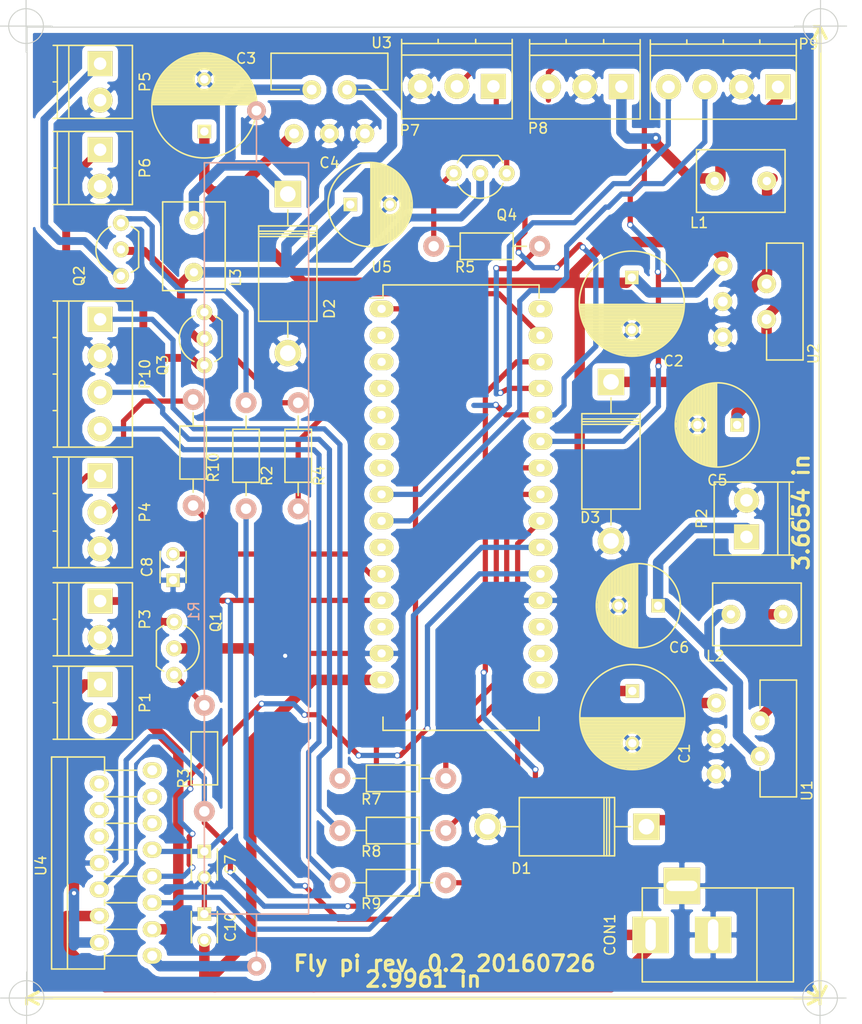
<source format=kicad_pcb>
(kicad_pcb (version 4) (host pcbnew 4.0.4+e1-6308~48~ubuntu14.04.1-stable)
  (layers (0 F.Cu signal) (31 B.Cu signal) (34 B.Paste user) (35 F.Paste user) (36 B.SilkS user) (37 F.SilkS user) (38 B.Mask user) (39 F.Mask user) (44 Edge.Cuts user))
  (net 0 "")
  (net 1 "Net-(1k1-Pad1)")
  (net 2 "Net-(1k1-Pad2)")
  (net 3 "Net-(C1-Pad1)")
  (net 4 "Net-(C4-Pad1)")
  (net 5 "Net-(C5-Pad1)")
  (net 6 "Net-(C6-Pad1)")
  (net 7 "Net-(C7-Pad1)")
  (net 8 "Net-(D1-Pad1)")
  (net 9 "Net-(D2-Pad1)")
  (net 10 "Net-(D3-Pad1)")
  (net 11 "Net-(P1-Pad2)")
  (net 12 "Net-(P1-Pad1)")
  (net 13 "Net-(P3-Pad1)")
  (net 14 "Net-(P5-Pad1)")
  (net 15 "Net-(P6-Pad1)")
  (net 16 "Net-(P7-Pad2)")
  (net 17 "Net-(P7-Pad1)")
  (net 18 "Net-(P8-Pad3)")
  (net 19 "Net-(P9-Pad3)")
  (net 20 "Net-(P9-Pad4)")
  (net 21 "Net-(P10-Pad3)")
  (net 22 "Net-(P10-Pad4)")
  (net 23 "Net-(P10-Pad1)")
  (net 24 "Net-(Q1-Pad3)")
  (net 25 "Net-(Q2-Pad3)")
  (net 26 "Net-(Q3-Pad3)")
  (net 27 "Net-(Q4-Pad3)")
  (net 28 "Net-(R1-Pad2)")
  (net 29 "Net-(R2-Pad2)")
  (net 30 "Net-(R3-Pad2)")
  (net 31 "Net-(R4-Pad2)")
  (net 32 "Net-(R5-Pad2)")
  (net 33 "Net-(R7-Pad2)")
  (net 34 "Net-(R8-Pad2)")
  (net 35 "Net-(R9-Pad2)")
  (net 36 "Net-(U4-Pad5)")
  (net 37 "Net-(U4-Pad7)")
  (net 38 "Net-(U4-Pad10)")
  (net 39 "Net-(U4-Pad11)")
  (net 40 "Net-(U4-Pad12)")
  (net 41 "Net-(U4-Pad13)")
  (net 42 "Net-(U4-Pad14)")
  (net 43 "Net-(U4-Pad15)")
  (net 44 "Net-(U5-Pad2)")
  (net 45 "Net-(U5-Pad3)")
  (net 46 "Net-(U5-Pad4)")
  (net 47 "Net-(U5-Pad5)")
  (net 48 "Net-(U5-Pad6)")
  (net 49 "Net-(U5-Pad7)")
  (net 50 "Net-(U5-Pad10)")
  (net 51 "Net-(U5-Pad13)")
  (net 52 "Net-(U5-Pad18)")
  (net 53 GND)
  (net 54 "Net-(U5-Pad30)")
  (net 55 "Net-(U5-Pad16)")
  (net 56 "Net-(U5-Pad17)")
  (module Capacitors_ThroughHole:C_Radial_D10_L21_P5 (layer F.Cu) (at 163 65 270)
    (fp_text reference C2 (at 8 -4 360) (layer F.SilkS))
    (fp_text value 680µ)
    (pad 1 thru_hole rect (at 0 0 270) (size 1.3 1.3) (drill 0.8) (layers *.Cu *.Mask F.SilkS) (net 3 "Net-(C1-Pad1)"))
    (pad 2 thru_hole circle (at 5 0 270) (size 1.3 1.3) (drill 0.8) (layers *.Cu *.Mask F.SilkS) (net 53 GND))
  )
  (module Capacitors_ThroughHole:C_Radial_D10_L21_P5 (layer F.Cu) (at 122 51 90)
    (fp_text reference C3 (at 7 4 180) (layer F.SilkS))
    (fp_text value 680µ)
    (pad 1 thru_hole rect (at 0 0 90) (size 1.3 1.3) (drill 0.8) (layers *.Cu *.Mask F.SilkS) (net 3 "Net-(C1-Pad1)"))
    (pad 2 thru_hole circle (at 5 0 90) (size 1.3 1.3) (drill 0.8) (layers *.Cu *.Mask F.SilkS) (net 53 GND))
  )
  (module Capacitors_ThroughHole:C_Radial_D10_L21_P5 (layer F.Cu) (at 163.05 104.625 270)
    (fp_text reference C1 (at 6 -5 270) (layer F.SilkS))
    (fp_text value 680µ)
    (pad 1 thru_hole rect (at 0 0 270) (size 1.3 1.3) (drill 0.8) (layers *.Cu *.Mask F.SilkS) (net 3 "Net-(C1-Pad1)"))
    (pad 2 thru_hole circle (at 5 0 270) (size 1.3 1.3) (drill 0.8) (layers *.Cu *.Mask F.SilkS) (net 53 GND))
  )
  (module Capacitors_ThroughHole:C_Radial_D8_L13_P3.8 (layer F.Cu) (at 136 58)
    (fp_text reference C4 (at -2 -4) (layer F.SilkS))
    (fp_text value 220µ)
    (pad 1 thru_hole rect (at 0 0) (size 1.3 1.3) (drill 0.8) (layers *.Cu *.Mask F.SilkS) (net 4 "Net-(C4-Pad1)"))
    (pad 2 thru_hole circle (at 3.8 0) (size 1.3 1.3) (drill 0.8) (layers *.Cu *.Mask F.SilkS) (net 53 GND))
  )
  (module Capacitors_ThroughHole:C_Radial_D8_L13_P3.8 (layer F.Cu) (at 173.1 79.125 180)
    (fp_text reference C5 (at 1.9 -5.3 180) (layer F.SilkS))
    (fp_text value 220µ)
    (pad 1 thru_hole rect (at 0 0 180) (size 1.3 1.3) (drill 0.8) (layers *.Cu *.Mask F.SilkS) (net 5 "Net-(C5-Pad1)"))
    (pad 2 thru_hole circle (at 3.8 0 180) (size 1.3 1.3) (drill 0.8) (layers *.Cu *.Mask F.SilkS) (net 53 GND))
  )
  (module Capacitors_ThroughHole:C_Radial_D8_L13_P3.8 (layer F.Cu) (at 165.525 96.45 180)
    (fp_text reference C6 (at -2 -4 180) (layer F.SilkS))
    (fp_text value 220µ)
    (pad 1 thru_hole rect (at 0 0 180) (size 1.3 1.3) (drill 0.8) (layers *.Cu *.Mask F.SilkS) (net 6 "Net-(C6-Pad1)"))
    (pad 2 thru_hole circle (at 3.8 0 180) (size 1.3 1.3) (drill 0.8) (layers *.Cu *.Mask F.SilkS) (net 53 GND))
  )
  (module Capacitors_ThroughHole:C_Disc_D3_P2.5 (layer F.Cu) (at 122 120 270)
    (fp_text reference C7 (at 1.25 -2.5 270) (layer F.SilkS))
    (fp_text value 100n)
    (pad 1 thru_hole rect (at 0 0 270) (size 1.3 1.3) (drill 0.8) (layers *.Cu *.Mask F.SilkS) (net 7 "Net-(C7-Pad1)"))
    (pad 2 thru_hole circle (at 2.5 0 270) (size 1.3 1.3) (drill 0.8001) (layers *.Cu *.Mask F.SilkS) (net 53 GND))
  )
  (module Capacitors_ThroughHole:C_Disc_D3_P2.5 (layer F.Cu) (at 119 94 90)
    (fp_text reference C8 (at 1.25 -2.5 90) (layer F.SilkS))
    (fp_text value 0.1µ)
    (pad 1 thru_hole rect (at 0 0 90) (size 1.3 1.3) (drill 0.8) (layers *.Cu *.Mask F.SilkS) (net 53 GND))
    (pad 2 thru_hole circle (at 2.5 0 90) (size 1.3 1.3) (drill 0.8001) (layers *.Cu *.Mask F.SilkS) (net 1 "Net-(1k1-Pad1)"))
  )
  (module Capacitors_ThroughHole:C_Disc_D3_P2.5 (layer F.Cu) (at 122 126 270)
    (fp_text reference C10 (at 1.25 -2.5 270) (layer F.SilkS))
    (fp_text value 100n)
    (pad 1 thru_hole rect (at 0 0 270) (size 1.3 1.3) (drill 0.8) (layers *.Cu *.Mask F.SilkS) (net 53 GND))
    (pad 2 thru_hole circle (at 2.5 0 270) (size 1.3 1.3) (drill 0.8001) (layers *.Cu *.Mask F.SilkS) (net 3 "Net-(C1-Pad1)"))
  )
  (module Connect:BARREL_JACK (layer F.Cu) (at 171 128 180)
    (fp_text reference CON1 (at 10.09904 0 270) (layer F.SilkS))
    (fp_text value BARREL_JACK)
    (pad 1 thru_hole rect (at 6.20014 0 180) (size 3.50012 3.50012) (drill oval 1.00076 2.99974) (layers *.Cu *.Mask F.SilkS) (net 3 "Net-(C1-Pad1)"))
    (pad 2 thru_hole rect (at 0.20066 0 180) (size 3.50012 3.50012) (drill oval 1.00076 2.99974) (layers *.Cu *.Mask F.SilkS) (net 53 GND))
    (pad 3 thru_hole rect (at 3.2004 4.699 180) (size 3.50012 3.50012) (drill oval 2.99974 1.00076) (layers *.Cu *.Mask F.SilkS) (net 53 GND))
  )
  (module Diodes_ThroughHole:Diode_DO-201AD_Horizontal_RM15 (layer F.Cu) (at 164.4 117.625 180)
    (fp_text reference D1 (at 12 -4 180) (layer F.SilkS))
    (fp_text value "Schottky 5A")
    (pad 2 thru_hole circle (at 15.24122 -0.00296) (size 2.54 2.54) (drill 1.50114) (layers *.Cu *.Mask F.SilkS) (net 53 GND))
    (pad 1 thru_hole rect (at 0.00122 -0.00296) (size 2.54 2.54) (drill 1.50114) (layers *.Cu *.Mask F.SilkS) (net 8 "Net-(D1-Pad1)"))
  )
  (module Diodes_ThroughHole:Diode_DO-201AD_Horizontal_RM15 (layer F.Cu) (at 130 57 270)
    (fp_text reference D2 (at 11 -4 270) (layer F.SilkS))
    (fp_text value "Schottky 5A")
    (pad 2 thru_hole circle (at 15.24122 -0.00296 90) (size 2.54 2.54) (drill 1.50114) (layers *.Cu *.Mask F.SilkS) (net 53 GND))
    (pad 1 thru_hole rect (at 0.00122 -0.00296 90) (size 2.54 2.54) (drill 1.50114) (layers *.Cu *.Mask F.SilkS) (net 9 "Net-(D2-Pad1)"))
  )
  (module Diodes_ThroughHole:Diode_DO-201AD_Horizontal_RM15 (layer F.Cu) (at 161 75 270)
    (fp_text reference D3 (at 13 2 360) (layer F.SilkS))
    (fp_text value D_Schottky)
    (pad 2 thru_hole circle (at 15.24122 -0.00296 90) (size 2.54 2.54) (drill 1.50114) (layers *.Cu *.Mask F.SilkS) (net 53 GND))
    (pad 1 thru_hole rect (at 0.00122 -0.00296 90) (size 2.54 2.54) (drill 1.50114) (layers *.Cu *.Mask F.SilkS) (net 10 "Net-(D3-Pad1)"))
  )
  (module Inductors_NEOSID:Neosid_Inductor_MA-Bs75 (layer F.Cu) (at 173.45 55.75 180)
    (fp_text reference L1 (at 4 -4 180) (layer F.SilkS))
    (fp_text value 33µH)
    (pad 1 thru_hole circle (at -2.49936 0) (size 1.80086 1.80086) (drill 0.8001) (layers *.Cu *.Mask F.SilkS) (net 10 "Net-(D3-Pad1)"))
    (pad 2 thru_hole circle (at 2.49936 0) (size 1.80086 1.80086) (drill 0.8001) (layers *.Cu *.Mask F.SilkS) (net 5 "Net-(C5-Pad1)"))
  )
  (module Inductors_NEOSID:Neosid_Inductor_MA-Bs75 (layer F.Cu) (at 175 97.275 180)
    (fp_text reference L2 (at 4 -4 180) (layer F.SilkS))
    (fp_text value 33µH)
    (pad 1 thru_hole circle (at -2.49936 0) (size 1.80086 1.80086) (drill 0.8001) (layers *.Cu *.Mask F.SilkS) (net 8 "Net-(D1-Pad1)"))
    (pad 2 thru_hole circle (at 2.49936 0) (size 1.80086 1.80086) (drill 0.8001) (layers *.Cu *.Mask F.SilkS) (net 6 "Net-(C6-Pad1)"))
  )
  (module Inductors_NEOSID:Neosid_Inductor_MA-Bs75 (layer F.Cu) (at 121 62 270)
    (fp_text reference L3 (at 3 -4 270) (layer F.SilkS))
    (fp_text value 33µH)
    (pad 1 thru_hole circle (at -2.49936 0 90) (size 1.80086 1.80086) (drill 0.8001) (layers *.Cu *.Mask F.SilkS) (net 9 "Net-(D2-Pad1)"))
    (pad 2 thru_hole circle (at 2.49936 0 90) (size 1.80086 1.80086) (drill 0.8001) (layers *.Cu *.Mask F.SilkS) (net 4 "Net-(C4-Pad1)"))
  )
  (module Terminal_Blocks:TerminalBlock_Pheonix_PT-3.5mm_2pol (layer F.Cu) (at 112 104 270)
    (fp_text reference P1 (at 1.75 -4.3 270) (layer F.SilkS))
    (fp_text value PeltS1S2)
    (pad 2 thru_hole circle (at 3.5 0 270) (size 2.4 2.4) (drill 1.2) (layers *.Cu *.Mask F.SilkS) (net 11 "Net-(P1-Pad2)"))
    (pad 1 thru_hole rect (at 0 0 270) (size 2.4 2.4) (drill 1.2) (layers *.Cu *.Mask F.SilkS) (net 12 "Net-(P1-Pad1)"))
  )
  (module Terminal_Blocks:TerminalBlock_Pheonix_PT-3.5mm_2pol (layer F.Cu) (at 174 89.85 90)
    (fp_text reference P2 (at 1.75 -4.3 90) (layer F.SilkS))
    (fp_text value Pi+-)
    (pad 2 thru_hole circle (at 3.5 0 90) (size 2.4 2.4) (drill 1.2) (layers *.Cu *.Mask F.SilkS) (net 53 GND))
    (pad 1 thru_hole rect (at 0 0 90) (size 2.4 2.4) (drill 1.2) (layers *.Cu *.Mask F.SilkS) (net 6 "Net-(C6-Pad1)"))
  )
  (module Terminal_Blocks:TerminalBlock_Pheonix_PT-3.5mm_2pol (layer F.Cu) (at 112 96 270)
    (fp_text reference P3 (at 1.75 -4.3 270) (layer F.SilkS))
    (fp_text value Fan-+)
    (pad 2 thru_hole circle (at 3.5 0 270) (size 2.4 2.4) (drill 1.2) (layers *.Cu *.Mask F.SilkS) (net 53 GND))
    (pad 1 thru_hole rect (at 0 0 270) (size 2.4 2.4) (drill 1.2) (layers *.Cu *.Mask F.SilkS) (net 13 "Net-(P3-Pad1)"))
  )
  (module Terminal_Blocks:TerminalBlock_Pheonix_PT-3.5mm_3pol (layer F.Cu) (at 112 84 270)
    (fp_text reference P4 (at 3.5 -4.3 270) (layer F.SilkS))
    (fp_text value "Therm +s-")
    (pad 2 thru_hole circle (at 3.5 0 270) (size 2.4 2.4) (drill 1.2) (layers *.Cu *.Mask F.SilkS) (net 2 "Net-(1k1-Pad2)"))
    (pad 3 thru_hole circle (at 7 0 270) (size 2.4 2.4) (drill 1.2) (layers *.Cu *.Mask F.SilkS) (net 53 GND))
    (pad 1 thru_hole rect (at 0 0 270) (size 2.4 2.4) (drill 1.2) (layers *.Cu *.Mask F.SilkS) (net 7 "Net-(C7-Pad1)"))
  )
  (module Terminal_Blocks:TerminalBlock_Pheonix_PT-3.5mm_2pol (layer F.Cu) (at 112 44.5 270)
    (fp_text reference P5 (at 1.75 -4.3 270) (layer F.SilkS))
    (fp_text value HP1-+)
    (pad 2 thru_hole circle (at 3.5 0 270) (size 2.4 2.4) (drill 1.2) (layers *.Cu *.Mask F.SilkS) (net 53 GND))
    (pad 1 thru_hole rect (at 0 0 270) (size 2.4 2.4) (drill 1.2) (layers *.Cu *.Mask F.SilkS) (net 14 "Net-(P5-Pad1)"))
  )
  (module Terminal_Blocks:TerminalBlock_Pheonix_PT-3.5mm_2pol (layer F.Cu) (at 112 52.75 270)
    (fp_text reference P6 (at 1.75 -4.3 270) (layer F.SilkS))
    (fp_text value HP2-+)
    (pad 2 thru_hole circle (at 3.5 0 270) (size 2.4 2.4) (drill 1.2) (layers *.Cu *.Mask F.SilkS) (net 53 GND))
    (pad 1 thru_hole rect (at 0 0 270) (size 2.4 2.4) (drill 1.2) (layers *.Cu *.Mask F.SilkS) (net 15 "Net-(P6-Pad1)"))
  )
  (module Terminal_Blocks:TerminalBlock_Pheonix_PT-3.5mm_3pol (layer F.Cu) (at 149.725 46.675 180)
    (fp_text reference P7 (at 8.025 -4.225 180) (layer F.SilkS))
    (fp_text value "servo -s+")
    (pad 2 thru_hole circle (at 3.5 0 180) (size 2.4 2.4) (drill 1.2) (layers *.Cu *.Mask F.SilkS) (net 16 "Net-(P7-Pad2)"))
    (pad 3 thru_hole circle (at 7 0 180) (size 2.4 2.4) (drill 1.2) (layers *.Cu *.Mask F.SilkS) (net 53 GND))
    (pad 1 thru_hole rect (at 0 0 180) (size 2.4 2.4) (drill 1.2) (layers *.Cu *.Mask F.SilkS) (net 17 "Net-(P7-Pad1)"))
  )
  (module Terminal_Blocks:TerminalBlock_Pheonix_PT-3.5mm_3pol (layer F.Cu) (at 162 46.7 180)
    (fp_text reference P8 (at 8 -4 180) (layer F.SilkS))
    (fp_text value "Ring s-+")
    (pad 2 thru_hole circle (at 3.5 0 180) (size 2.4 2.4) (drill 1.2) (layers *.Cu *.Mask F.SilkS) (net 53 GND))
    (pad 3 thru_hole circle (at 7 0 180) (size 2.4 2.4) (drill 1.2) (layers *.Cu *.Mask F.SilkS) (net 18 "Net-(P8-Pad3)"))
    (pad 1 thru_hole rect (at 0 0 180) (size 2.4 2.4) (drill 1.2) (layers *.Cu *.Mask F.SilkS) (net 5 "Net-(C5-Pad1)"))
  )
  (module Terminal_Blocks:TerminalBlock_Pheonix_PT-3.5mm_4pol (layer F.Cu) (at 177.025 46.725 180)
    (fp_text reference P9 (at -2.925 4.1 180) (layer F.SilkS))
    (fp_text value "matrix sdsc-+")
    (pad 3 thru_hole circle (at 7 0 180) (size 2.4 2.4) (drill 1.2) (layers *.Cu *.Mask F.SilkS) (net 19 "Net-(P9-Pad3)"))
    (pad 4 thru_hole circle (at 10.5 0 180) (size 2.4 2.4) (drill 1.2) (layers *.Cu *.Mask F.SilkS) (net 20 "Net-(P9-Pad4)"))
    (pad 2 thru_hole circle (at 3.5 0 180) (size 2.4 2.4) (drill 1.2) (layers *.Cu *.Mask F.SilkS) (net 53 GND))
    (pad 1 thru_hole rect (at 0 0 180) (size 2.4 2.4) (drill 1.2) (layers *.Cu *.Mask F.SilkS) (net 5 "Net-(C5-Pad1)"))
  )
  (module Terminal_Blocks:TerminalBlock_Pheonix_PT-3.5mm_4pol (layer F.Cu) (at 112 69 270)
    (fp_text reference P10 (at 5.25 -4.3 270) (layer F.SilkS))
    (fp_text value "RGB RG-B")
    (pad 3 thru_hole circle (at 7 0 270) (size 2.4 2.4) (drill 1.2) (layers *.Cu *.Mask F.SilkS) (net 21 "Net-(P10-Pad3)"))
    (pad 4 thru_hole circle (at 10.5 0 270) (size 2.4 2.4) (drill 1.2) (layers *.Cu *.Mask F.SilkS) (net 22 "Net-(P10-Pad4)"))
    (pad 2 thru_hole circle (at 3.5 0 270) (size 2.4 2.4) (drill 1.2) (layers *.Cu *.Mask F.SilkS) (net 53 GND))
    (pad 1 thru_hole rect (at 0 0 270) (size 2.4 2.4) (drill 1.2) (layers *.Cu *.Mask F.SilkS) (net 23 "Net-(P10-Pad1)"))
  )
  (module footprints:high_load_res (layer B.Cu) (at 127 90 270)
    (fp_text reference R1 (at 7 6 270) (layer B.SilkS) (effects (justify mirror)))
    (fp_text value "1 - 18W")
    (pad 1 thru_hole circle (at -41 0 270) (size 1.8 1.8) (drill 0.95) (layers *.Cu *.Mask B.SilkS) (net 53 GND))
    (pad 2 thru_hole circle (at 41 0 270) (size 1.8 1.8) (drill 0.95) (layers *.Cu *.Mask B.SilkS) (net 28 "Net-(R1-Pad2)"))
  )
  (module Resistors_ThroughHole:Resistor_Horizontal_RM10mm (layer F.Cu) (at 126 77 270)
    (fp_text reference R2 (at 7 -2 270) (layer F.SilkS))
    (fp_text value 270)
    (pad 1 thru_hole circle (at 0 0 270) (size 1.99898 1.99898) (drill 1.00076) (layers *.Cu *.SilkS *.Mask) (net 25 "Net-(Q2-Pad3)"))
    (pad 2 thru_hole circle (at 10.16 0 270) (size 1.99898 1.99898) (drill 1.00076) (layers *.Cu *.SilkS *.Mask) (net 29 "Net-(R2-Pad2)"))
  )
  (module Resistors_ThroughHole:Resistor_Horizontal_RM10mm (layer F.Cu) (at 122 106 270)
    (fp_text reference R3 (at 7 2 270) (layer F.SilkS))
    (fp_text value 270)
    (pad 1 thru_hole circle (at 0 0 270) (size 1.99898 1.99898) (drill 1.00076) (layers *.Cu *.SilkS *.Mask) (net 24 "Net-(Q1-Pad3)"))
    (pad 2 thru_hole circle (at 10.16 0 270) (size 1.99898 1.99898) (drill 1.00076) (layers *.Cu *.SilkS *.Mask) (net 30 "Net-(R3-Pad2)"))
  )
  (module Resistors_ThroughHole:Resistor_Horizontal_RM10mm (layer F.Cu) (at 131 77 270)
    (fp_text reference R4 (at 7 -2 270) (layer F.SilkS))
    (fp_text value 270)
    (pad 1 thru_hole circle (at 0 0 270) (size 1.99898 1.99898) (drill 1.00076) (layers *.Cu *.SilkS *.Mask) (net 26 "Net-(Q3-Pad3)"))
    (pad 2 thru_hole circle (at 10.16 0 270) (size 1.99898 1.99898) (drill 1.00076) (layers *.Cu *.SilkS *.Mask) (net 31 "Net-(R4-Pad2)"))
  )
  (module Resistors_ThroughHole:Resistor_Horizontal_RM10mm (layer F.Cu) (at 144 62)
    (fp_text reference R5 (at 3 2) (layer F.SilkS))
    (fp_text value 270)
    (pad 1 thru_hole circle (at 0 0) (size 1.99898 1.99898) (drill 1.00076) (layers *.Cu *.SilkS *.Mask) (net 27 "Net-(Q4-Pad3)"))
    (pad 2 thru_hole circle (at 10.16 0) (size 1.99898 1.99898) (drill 1.00076) (layers *.Cu *.SilkS *.Mask) (net 32 "Net-(R5-Pad2)"))
  )
  (module Resistors_ThroughHole:Resistor_Horizontal_RM10mm (layer F.Cu) (at 135 113)
    (fp_text reference R7 (at 3 2) (layer F.SilkS))
    (fp_text value 220)
    (pad 1 thru_hole circle (at 0 0) (size 1.99898 1.99898) (drill 1.00076) (layers *.Cu *.SilkS *.Mask) (net 23 "Net-(P10-Pad1)"))
    (pad 2 thru_hole circle (at 10.16 0) (size 1.99898 1.99898) (drill 1.00076) (layers *.Cu *.SilkS *.Mask) (net 33 "Net-(R7-Pad2)"))
  )
  (module Resistors_ThroughHole:Resistor_Horizontal_RM10mm (layer F.Cu) (at 135 118)
    (fp_text reference R8 (at 3 2) (layer F.SilkS))
    (fp_text value 220)
    (pad 1 thru_hole circle (at 0 0) (size 1.99898 1.99898) (drill 1.00076) (layers *.Cu *.SilkS *.Mask) (net 21 "Net-(P10-Pad3)"))
    (pad 2 thru_hole circle (at 10.16 0) (size 1.99898 1.99898) (drill 1.00076) (layers *.Cu *.SilkS *.Mask) (net 34 "Net-(R8-Pad2)"))
  )
  (module Resistors_ThroughHole:Resistor_Horizontal_RM10mm (layer F.Cu) (at 135 123)
    (fp_text reference R9 (at 3 2) (layer F.SilkS))
    (fp_text value 220)
    (pad 1 thru_hole circle (at 0 0) (size 1.99898 1.99898) (drill 1.00076) (layers *.Cu *.SilkS *.Mask) (net 22 "Net-(P10-Pad4)"))
    (pad 2 thru_hole circle (at 10.16 0) (size 1.99898 1.99898) (drill 1.00076) (layers *.Cu *.SilkS *.Mask) (net 35 "Net-(R9-Pad2)"))
  )
  (module footprints:LM2596 (layer F.Cu) (at 175.3 109.175 270)
    (fp_text reference U1 (at 5 -4.5 270) (layer F.SilkS))
    (fp_text value LM2596)
    (pad 3 thru_hole circle (at 0 4.2 270) (size 1.8 1.8) (drill 0.95) (layers *.Cu *.Mask F.SilkS) (net 53 GND))
    (pad 5 thru_hole circle (at 3.4 4.2 270) (size 1.8 1.8) (drill 0.95) (layers *.Cu *.Mask F.SilkS) (net 53 GND))
    (pad 1 thru_hole circle (at -3.4 4.2 270) (size 1.8 1.8) (drill 0.95) (layers *.Cu *.Mask F.SilkS) (net 3 "Net-(C1-Pad1)"))
    (pad 2 thru_hole circle (at -1.7 0 270) (size 1.8 1.8) (drill 0.95) (layers *.Cu *.Mask F.SilkS) (net 8 "Net-(D1-Pad1)"))
    (pad 4 thru_hole circle (at 1.7 0 270) (size 1.8 1.8) (drill 0.95) (layers *.Cu *.Mask F.SilkS) (net 6 "Net-(C6-Pad1)"))
  )
  (module footprints:LM2596 (layer F.Cu) (at 175.925 67.3 270)
    (fp_text reference U2 (at 5 -4.5 270) (layer F.SilkS))
    (fp_text value LM2596)
    (pad 3 thru_hole circle (at 0 4.2 270) (size 1.8 1.8) (drill 0.95) (layers *.Cu *.Mask F.SilkS) (net 53 GND))
    (pad 5 thru_hole circle (at 3.4 4.2 270) (size 1.8 1.8) (drill 0.95) (layers *.Cu *.Mask F.SilkS) (net 53 GND))
    (pad 1 thru_hole circle (at -3.4 4.2 270) (size 1.8 1.8) (drill 0.95) (layers *.Cu *.Mask F.SilkS) (net 3 "Net-(C1-Pad1)"))
    (pad 2 thru_hole circle (at -1.7 0 270) (size 1.8 1.8) (drill 0.95) (layers *.Cu *.Mask F.SilkS) (net 10 "Net-(D3-Pad1)"))
    (pad 4 thru_hole circle (at 1.7 0 270) (size 1.8 1.8) (drill 0.95) (layers *.Cu *.Mask F.SilkS) (net 5 "Net-(C5-Pad1)"))
  )
  (module footprints:LM2596 (layer F.Cu) (at 134 47)
    (fp_text reference U3 (at 5 -4.5) (layer F.SilkS))
    (fp_text value LM2596)
    (pad 3 thru_hole circle (at 0 4.2) (size 1.8 1.8) (drill 0.95) (layers *.Cu *.Mask F.SilkS) (net 53 GND))
    (pad 5 thru_hole circle (at 3.4 4.2) (size 1.8 1.8) (drill 0.95) (layers *.Cu *.Mask F.SilkS) (net 53 GND))
    (pad 1 thru_hole circle (at -3.4 4.2) (size 1.8 1.8) (drill 0.95) (layers *.Cu *.Mask F.SilkS) (net 3 "Net-(C1-Pad1)"))
    (pad 2 thru_hole circle (at -1.7 0) (size 1.8 1.8) (drill 0.95) (layers *.Cu *.Mask F.SilkS) (net 9 "Net-(D2-Pad1)"))
    (pad 4 thru_hole circle (at 1.7 0) (size 1.8 1.8) (drill 0.95) (layers *.Cu *.Mask F.SilkS) (net 4 "Net-(C4-Pad1)"))
  )
  (module TO_SOT_Packages_THT:Multiwatt_15_Vertical (layer F.Cu) (at 117 130 90)
    (fp_text reference U4 (at 8.636 -10.668 90) (layer F.SilkS))
    (fp_text value L298N)
    (pad 1 thru_hole oval (at 0 0 90) (size 1.524 1.824) (drill 0.95) (layers *.Cu *.Mask F.SilkS) (net 28 "Net-(R1-Pad2)"))
    (pad 2 thru_hole oval (at 1.27 -5.08 90) (size 1.524 1.824) (drill 0.95) (layers *.Cu *.Mask F.SilkS) (net 12 "Net-(P1-Pad1)"))
    (pad 3 thru_hole oval (at 2.54 0 90) (size 1.524 1.824) (drill 0.95) (layers *.Cu *.Mask F.SilkS) (net 11 "Net-(P1-Pad2)"))
    (pad 4 thru_hole oval (at 3.81 -5.08 90) (size 1.524 1.824) (drill 0.95) (layers *.Cu *.Mask F.SilkS) (net 3 "Net-(C1-Pad1)"))
    (pad 5 thru_hole oval (at 5.08 0 90) (size 1.524 1.824) (drill 0.95) (layers *.Cu *.Mask F.SilkS) (net 36 "Net-(U4-Pad5)"))
    (pad 6 thru_hole oval (at 6.35 -5.08 90) (size 1.524 1.824) (drill 0.95) (layers *.Cu *.Mask F.SilkS) (net 30 "Net-(R3-Pad2)"))
    (pad 7 thru_hole oval (at 7.62 0 90) (size 1.524 1.824) (drill 0.95) (layers *.Cu *.Mask F.SilkS) (net 37 "Net-(U4-Pad7)"))
    (pad 8 thru_hole oval (at 8.89 -5.08 90) (size 1.524 1.824) (drill 0.95) (layers *.Cu *.Mask F.SilkS) (net 53 GND))
    (pad 9 thru_hole oval (at 10.16 0 90) (size 1.524 1.824) (drill 0.95) (layers *.Cu *.Mask F.SilkS) (net 7 "Net-(C7-Pad1)"))
    (pad 10 thru_hole oval (at 11.43 -5.08 90) (size 1.524 1.824) (drill 0.95) (layers *.Cu *.Mask F.SilkS) (net 38 "Net-(U4-Pad10)"))
    (pad 11 thru_hole oval (at 12.7 0 90) (size 1.524 1.824) (drill 0.95) (layers *.Cu *.Mask F.SilkS) (net 39 "Net-(U4-Pad11)"))
    (pad 12 thru_hole oval (at 13.97 -5.08 90) (size 1.524 1.824) (drill 0.95) (layers *.Cu *.Mask F.SilkS) (net 40 "Net-(U4-Pad12)"))
    (pad 13 thru_hole oval (at 15.24 0 90) (size 1.524 1.824) (drill 0.95) (layers *.Cu *.Mask F.SilkS) (net 41 "Net-(U4-Pad13)"))
    (pad 14 thru_hole oval (at 16.51 -5.08 90) (size 1.524 1.824) (drill 0.95) (layers *.Cu *.Mask F.SilkS) (net 42 "Net-(U4-Pad14)"))
    (pad 15 thru_hole oval (at 17.78 0 90) (size 1.524 1.824) (drill 0.95) (layers *.Cu *.Mask F.SilkS) (net 43 "Net-(U4-Pad15)"))
  )
  (module arduino_nano:DIP-30_W15.24mm_LongPads (layer F.Cu) (at 139 68)
    (fp_text reference U5 (at 0 -4) (layer F.SilkS))
    (fp_text value arduino_mini)
    (pad 1 thru_hole oval (at 0 0) (size 2.3 1.6) (drill 0.8) (layers *.Cu *.Mask F.SilkS) (net 30 "Net-(R3-Pad2)"))
    (pad 2 thru_hole oval (at 0 2.54) (size 2.3 1.6) (drill 0.8) (layers *.Cu *.Mask F.SilkS) (net 44 "Net-(U5-Pad2)"))
    (pad 3 thru_hole oval (at 0 5.08) (size 2.3 1.6) (drill 0.8) (layers *.Cu *.Mask F.SilkS) (net 45 "Net-(U5-Pad3)"))
    (pad 4 thru_hole oval (at 0 7.62) (size 2.3 1.6) (drill 0.8) (layers *.Cu *.Mask F.SilkS) (net 46 "Net-(U5-Pad4)"))
    (pad 5 thru_hole oval (at 0 10.16) (size 2.3 1.6) (drill 0.8) (layers *.Cu *.Mask F.SilkS) (net 47 "Net-(U5-Pad5)"))
    (pad 6 thru_hole oval (at 0 12.7) (size 2.3 1.6) (drill 0.8) (layers *.Cu *.Mask F.SilkS) (net 48 "Net-(U5-Pad6)"))
    (pad 7 thru_hole oval (at 0 15.24) (size 2.3 1.6) (drill 0.8) (layers *.Cu *.Mask F.SilkS) (net 49 "Net-(U5-Pad7)"))
    (pad 8 thru_hole oval (at 0 17.78) (size 2.3 1.6) (drill 0.8) (layers *.Cu *.Mask F.SilkS) (net 20 "Net-(P9-Pad4)"))
    (pad 9 thru_hole oval (at 0 20.32) (size 2.3 1.6) (drill 0.8) (layers *.Cu *.Mask F.SilkS) (net 19 "Net-(P9-Pad3)"))
    (pad 10 thru_hole oval (at 0 22.86) (size 2.3 1.6) (drill 0.8) (layers *.Cu *.Mask F.SilkS) (net 50 "Net-(U5-Pad10)"))
    (pad 11 thru_hole oval (at 0 25.4) (size 2.3 1.6) (drill 0.8) (layers *.Cu *.Mask F.SilkS) (net 1 "Net-(1k1-Pad1)"))
    (pad 12 thru_hole oval (at 0 27.94) (size 2.3 1.6) (drill 0.8) (layers *.Cu *.Mask F.SilkS) (net 7 "Net-(C7-Pad1)"))
    (pad 13 thru_hole oval (at 0 30.48) (size 2.3 1.6) (drill 0.8) (layers *.Cu *.Mask F.SilkS) (net 51 "Net-(U5-Pad13)"))
    (pad 14 thru_hole oval (at 0 33.02) (size 2.3 1.6) (drill 0.8) (layers *.Cu *.Mask F.SilkS) (net 53 GND))
    (pad 15 thru_hole oval (at 0 35.56) (size 2.3 1.6) (drill 0.8) (layers *.Cu *.Mask F.SilkS) (net 3 "Net-(C1-Pad1)"))
    (pad 16 thru_hole oval (at 15.24 35.56) (size 2.3 1.6) (drill 0.8) (layers *.Cu *.Mask F.SilkS) (net 55 "Net-(U5-Pad16)"))
    (pad 17 thru_hole oval (at 15.24 33.02) (size 2.3 1.6) (drill 0.8) (layers *.Cu *.Mask F.SilkS) (net 56 "Net-(U5-Pad17)"))
    (pad 18 thru_hole oval (at 15.24 30.48) (size 2.3 1.6) (drill 0.8) (layers *.Cu *.Mask F.SilkS) (net 52 "Net-(U5-Pad18)"))
    (pad 19 thru_hole oval (at 15.24 27.94) (size 2.3 1.6) (drill 0.8) (layers *.Cu *.Mask F.SilkS) (net 53 GND))
    (pad 20 thru_hole oval (at 15.24 25.4) (size 2.3 1.6) (drill 0.8) (layers *.Cu *.Mask F.SilkS) (net 37 "Net-(U4-Pad7)"))
    (pad 21 thru_hole oval (at 15.24 22.86) (size 2.3 1.6) (drill 0.8) (layers *.Cu *.Mask F.SilkS) (net 36 "Net-(U4-Pad5)"))
    (pad 22 thru_hole oval (at 15.24 20.32) (size 2.3 1.6) (drill 0.8) (layers *.Cu *.Mask F.SilkS) (net 35 "Net-(R9-Pad2)"))
    (pad 23 thru_hole oval (at 15.24 17.78) (size 2.3 1.6) (drill 0.8) (layers *.Cu *.Mask F.SilkS) (net 34 "Net-(R8-Pad2)"))
    (pad 24 thru_hole oval (at 15.24 15.24) (size 2.3 1.6) (drill 0.8) (layers *.Cu *.Mask F.SilkS) (net 33 "Net-(R7-Pad2)"))
    (pad 25 thru_hole oval (at 15.24 12.7) (size 2.3 1.6) (drill 0.8) (layers *.Cu *.Mask F.SilkS) (net 18 "Net-(P8-Pad3)"))
    (pad 26 thru_hole oval (at 15.24 10.16) (size 2.3 1.6) (drill 0.8) (layers *.Cu *.Mask F.SilkS) (net 16 "Net-(P7-Pad2)"))
    (pad 27 thru_hole oval (at 15.24 7.62) (size 2.3 1.6) (drill 0.8) (layers *.Cu *.Mask F.SilkS) (net 32 "Net-(R5-Pad2)"))
    (pad 28 thru_hole oval (at 15.24 5.08) (size 2.3 1.6) (drill 0.8) (layers *.Cu *.Mask F.SilkS) (net 29 "Net-(R2-Pad2)"))
    (pad 29 thru_hole oval (at 15.24 2.54) (size 2.3 1.6) (drill 0.8) (layers *.Cu *.Mask F.SilkS) (net 31 "Net-(R4-Pad2)"))
    (pad 30 thru_hole oval (at 15.24 0) (size 2.3 1.6) (drill 0.8) (layers *.Cu *.Mask F.SilkS) (net 54 "Net-(U5-Pad30)"))
  )
  (module TO_SOT_Packages_THT:TO-92_Inline_Wide (layer F.Cu) (at 114 64.85 90)
    (fp_text reference Q2 (at 0 -4 270) (layer F.SilkS))
    (fp_text value 1A-NPN-ECB)
    (pad 2 thru_hole circle (at 2.54 0 180) (size 1.524 1.524) (drill 0.8) (layers *.Cu *.Mask F.SilkS) (net 4 "Net-(C4-Pad1)"))
    (pad 3 thru_hole circle (at 5.08 0 180) (size 1.524 1.524) (drill 0.8) (layers *.Cu *.Mask F.SilkS) (net 25 "Net-(Q2-Pad3)"))
    (pad 1 thru_hole circle (at 0 0 180) (size 1.524 1.524) (drill 0.8) (layers *.Cu *.Mask F.SilkS) (net 14 "Net-(P5-Pad1)"))
  )
  (module TO_SOT_Packages_THT:TO-92_Inline_Wide (layer F.Cu) (at 122 73.4 90)
    (fp_text reference Q3 (at 0 -4 270) (layer F.SilkS))
    (fp_text value 1A_NPN_ECB)
    (pad 2 thru_hole circle (at 2.54 0 180) (size 1.524 1.524) (drill 0.8) (layers *.Cu *.Mask F.SilkS) (net 4 "Net-(C4-Pad1)"))
    (pad 3 thru_hole circle (at 5.08 0 180) (size 1.524 1.524) (drill 0.8) (layers *.Cu *.Mask F.SilkS) (net 26 "Net-(Q3-Pad3)"))
    (pad 1 thru_hole circle (at 0 0 180) (size 1.524 1.524) (drill 0.8) (layers *.Cu *.Mask F.SilkS) (net 15 "Net-(P6-Pad1)"))
  )
  (module TO_SOT_Packages_THT:TO-92_Inline_Wide (layer F.Cu) (at 119.1 98 270)
    (fp_text reference Q1 (at 0 -4 450) (layer F.SilkS))
    (fp_text value 1A_NPN_ECB)
    (pad 2 thru_hole circle (at 2.54 0) (size 1.524 1.524) (drill 0.8) (layers *.Cu *.Mask F.SilkS) (net 3 "Net-(C1-Pad1)"))
    (pad 3 thru_hole circle (at 5.08 0) (size 1.524 1.524) (drill 0.8) (layers *.Cu *.Mask F.SilkS) (net 24 "Net-(Q1-Pad3)"))
    (pad 1 thru_hole circle (at 0 0) (size 1.524 1.524) (drill 0.8) (layers *.Cu *.Mask F.SilkS) (net 13 "Net-(P3-Pad1)"))
  )
  (module TO_SOT_Packages_THT:TO-92_Inline_Wide (layer F.Cu) (at 151 55 180)
    (fp_text reference Q4 (at 0 -4 360) (layer F.SilkS))
    (fp_text value 1A_NPN_ECB)
    (pad 2 thru_hole circle (at 2.54 0 270) (size 1.524 1.524) (drill 0.8) (layers *.Cu *.Mask F.SilkS) (net 4 "Net-(C4-Pad1)"))
    (pad 3 thru_hole circle (at 5.08 0 270) (size 1.524 1.524) (drill 0.8) (layers *.Cu *.Mask F.SilkS) (net 27 "Net-(Q4-Pad3)"))
    (pad 1 thru_hole circle (at 0 0 270) (size 1.524 1.524) (drill 0.8) (layers *.Cu *.Mask F.SilkS) (net 17 "Net-(P7-Pad1)"))
  )
  (module Resistors_ThroughHole:Resistor_Horizontal_RM10mm (layer F.Cu) (at 120.925 86.85 90)
    (fp_text reference R10 (at 3.65 1.95 90) (layer F.SilkS))
    (fp_text value 1k)
    (pad 1 thru_hole circle (at 0 0 90) (size 1.99898 1.99898) (drill 1.00076) (layers *.Cu *.SilkS *.Mask) (net 1 "Net-(1k1-Pad1)"))
    (pad 2 thru_hole circle (at 10.16 0 90) (size 1.99898 1.99898) (drill 1.00076) (layers *.Cu *.SilkS *.Mask) (net 2 "Net-(1k1-Pad2)"))
  )
  (target plus (at 104.95 134.05) (size 5) (width 0.1) (layer Edge.Cuts))
  (target plus (at 181.05 134.05) (size 5) (width 0.1) (layer Edge.Cuts))
  (gr_text "Fly pi rev. 0.2 20160726\n\n" (at 145.05 131.95) (layer F.SilkS) (effects (font (size 1.5 1.5) (thickness 0.3))))
  (dimension 93.1 (width 0.3) (layer F.SilkS) (gr_text "93,100 mm" (at 181.05 87.5 270) (layer F.SilkS) (effects (font (size 1.5 1.5) (thickness 0.3)))) (feature1 (pts (xy 181.05 134.05) (xy 181.05 134.05))) (feature2 (pts (xy 181.05 40.95) (xy 181.05 40.95))) (crossbar (pts (xy 181.05 40.95) (xy 181.05 134.05))) (arrow1a (pts (xy 181.05 134.05) (xy 180.463579 132.923496))) (arrow1b (pts (xy 181.05 134.05) (xy 181.636421 132.923496))) (arrow2a (pts (xy 181.05 40.95) (xy 180.463579 42.076504))) (arrow2b (pts (xy 181.05 40.95) (xy 181.636421 42.076504))))
  (dimension 76.1 (width 0.3) (layer F.SilkS) (gr_text "76,100 mm" (at 143 134.05) (layer F.SilkS) (effects (font (size 1.5 1.5) (thickness 0.3)))) (feature1 (pts (xy 181.05 134.05) (xy 181.05 134.05))) (feature2 (pts (xy 104.95 134.05) (xy 104.95 134.05))) (crossbar (pts (xy 104.95 134.05) (xy 181.05 134.05))) (arrow1a (pts (xy 181.05 134.05) (xy 179.923496 134.636421))) (arrow1b (pts (xy 181.05 134.05) (xy 179.923496 133.463579))) (arrow2a (pts (xy 104.95 134.05) (xy 106.076504 134.636421))) (arrow2b (pts (xy 104.95 134.05) (xy 106.076504 133.463579))))
  (target plus (at 181.1 40.9) (size 5) (width 0.1) (layer Edge.Cuts))
  (target plus (at 104.9 40.9) (size 5) (width 0.1) (layer Edge.Cuts))
  (gr_line (start 181 134) (end 105 134) (angle 90) (layer Edge.Cuts) (width 0.1))
  (gr_line (start 181 41) (end 181 134) (angle 90) (layer Edge.Cuts) (width 0.1))
  (gr_line (start 105 41) (end 181 41) (angle 90) (layer Edge.Cuts) (width 0.1))
  (gr_line (start 105 134) (end 105 41) (angle 90) (layer Edge.Cuts) (width 0.1))
  (segment (start 116 92.25) (end 116 92) (width 0.5) (layer F.Cu) (net 0))
  (segment (start 120.925 86.85) (end 120.925 86.875) (width 0.5) (layer F.Cu) (net 1))
  (segment (start 120.925 86.875) (end 121.825 87.775) (width 0.5) (layer F.Cu) (net 1))
  (segment (start 121.825 87.775) (end 121.825 87.825) (width 0.5) (layer F.Cu) (net 1))
  (segment (start 124 91.5) (end 124 90) (width 0.5) (layer F.Cu) (net 1))
  (segment (start 124 90) (end 121.825 87.825) (width 0.5) (layer F.Cu) (net 1))
  (segment (start 121.825 87.825) (end 121 87) (width 0.5) (layer F.Cu) (net 1))
  (segment (start 119 91.5) (end 124 91.5) (width 0.5) (layer F.Cu) (net 1))
  (segment (start 124 91.5) (end 136 91.5) (width 0.5) (layer F.Cu) (net 1))
  (segment (start 136 91.5) (end 137.9 93.4) (width 0.5) (layer F.Cu) (net 1))
  (segment (start 137.9 93.4) (end 139 93.4) (width 0.5) (layer F.Cu) (net 1))
  (segment (start 120.925 76.69) (end 120.335 76.69) (width 0.5) (layer F.Cu) (net 2))
  (segment (start 120.335 76.69) (end 120.185 76.84) (width 0.5) (layer F.Cu) (net 2))
  (segment (start 120.185 76.84) (end 120.925 76.69) (width 0.5) (layer F.Cu) (net 2))
  (segment (start 121 76.84) (end 116.16 76.84) (width 0.5) (layer F.Cu) (net 2))
  (segment (start 114.25 86.25) (end 113 87.5) (width 0.5) (layer F.Cu) (net 2))
  (segment (start 114.25 78.75) (end 114.25 86.25) (width 0.5) (layer F.Cu) (net 2))
  (segment (start 116.16 76.84) (end 114.25 78.75) (width 0.5) (layer F.Cu) (net 2))
  (segment (start 113 87.5) (end 112 87.5) (width 0.5) (layer F.Cu) (net 2))
  (segment (start 163 65) (end 163.25 65) (width 1) (layer B.Cu) (net 3))
  (segment (start 163.25 65) (end 164.675 66.425) (width 1) (layer B.Cu) (net 3))
  (segment (start 169.2 66.425) (end 171.725 63.9) (width 1) (layer B.Cu) (net 3))
  (segment (start 164.675 66.425) (end 169.2 66.425) (width 1) (layer B.Cu) (net 3))
  (segment (start 171.775 62.925) (end 171.65 62.925) (width 1) (layer F.Cu) (net 3))
  (segment (start 171.65 62.925) (end 170.325 61.6) (width 1) (layer F.Cu) (net 3))
  (segment (start 171.1 105.775) (end 168.4 105.775) (width 1) (layer F.Cu) (net 3))
  (segment (start 161.65 102.1) (end 159.125 104.625) (width 1) (layer F.Cu) (net 3))
  (segment (start 164.725 102.1) (end 161.65 102.1) (width 1) (layer F.Cu) (net 3))
  (segment (start 168.4 105.775) (end 164.725 102.1) (width 1) (layer F.Cu) (net 3))
  (segment (start 163.05 104.625) (end 159.125 104.625) (width 1) (layer F.Cu) (net 3))
  (segment (start 159.125 104.625) (end 158 105.75) (width 1) (layer F.Cu) (net 3))
  (segment (start 132.025 103.975) (end 130.125 103.975) (width 1) (layer F.Cu) (net 3))
  (segment (start 126.69 100.54) (end 119.1 100.54) (width 1) (layer F.Cu) (net 3))
  (segment (start 130.125 103.975) (end 126.69 100.54) (width 1) (layer F.Cu) (net 3))
  (segment (start 122.875 132.875) (end 122.875 131.875) (width 1) (layer F.Cu) (net 3))
  (segment (start 132.44 103.56) (end 132.5 103.56) (width 1) (layer F.Cu) (net 3))
  (segment (start 132.5 103.56) (end 139 103.56) (width 1) (layer F.Cu) (net 3))
  (segment (start 126.5 109.5) (end 132.025 103.975) (width 1) (layer F.Cu) (net 3))
  (segment (start 132.025 103.975) (end 132.44 103.56) (width 1) (layer F.Cu) (net 3))
  (segment (start 126.5 128.25) (end 126.5 109.5) (width 1) (layer F.Cu) (net 3))
  (segment (start 122.875 131.875) (end 126.5 128.25) (width 1) (layer F.Cu) (net 3))
  (segment (start 122 128.5) (end 122 132) (width 1) (layer F.Cu) (net 3))
  (segment (start 122 132) (end 122.875 132.875) (width 1) (layer F.Cu) (net 3))
  (segment (start 122.875 132.875) (end 123 133) (width 1) (layer F.Cu) (net 3))
  (segment (start 122.75 56.75) (end 125.05 56.75) (width 1) (layer F.Cu) (net 3))
  (segment (start 125.05 56.75) (end 130.6 51.2) (width 1) (layer F.Cu) (net 3))
  (segment (start 157.5 65.5) (end 157.5 64.5) (width 1) (layer F.Cu) (net 3))
  (segment (start 160.4 61.6) (end 170.325 61.6) (width 1) (layer F.Cu) (net 3))
  (segment (start 157.5 64.5) (end 160.4 61.6) (width 1) (layer F.Cu) (net 3))
  (segment (start 158 65.5) (end 157.5 65.5) (width 1) (layer F.Cu) (net 3))
  (segment (start 157.5 65.5) (end 131.5 65.5) (width 1) (layer F.Cu) (net 3))
  (segment (start 122 56) (end 122 51) (width 1) (layer F.Cu) (net 3))
  (segment (start 131.5 65.5) (end 122.75 56.75) (width 1) (layer F.Cu) (net 3))
  (segment (start 122.75 56.75) (end 122 56) (width 1) (layer F.Cu) (net 3))
  (segment (start 162.5 65.5) (end 158 65.5) (width 1) (layer F.Cu) (net 3))
  (segment (start 159.5 128) (end 158 126.5) (width 1) (layer F.Cu) (net 3))
  (segment (start 158 126.5) (end 158 105.75) (width 1) (layer F.Cu) (net 3))
  (segment (start 158 105.75) (end 158 103) (width 1) (layer F.Cu) (net 3))
  (segment (start 158 103) (end 158 99.5) (width 1) (layer F.Cu) (net 3))
  (segment (start 158 99.5) (end 158 96.5) (width 1) (layer F.Cu) (net 3))
  (segment (start 158 96.5) (end 158 65.5) (width 1) (layer F.Cu) (net 3))
  (segment (start 159.5 128) (end 164.79986 128) (width 1) (layer F.Cu) (net 3))
  (segment (start 162.5 65.5) (end 163 65) (width 1) (layer F.Cu) (net 3))
  (segment (start 132.5 133) (end 123 133) (width 1) (layer F.Cu) (net 3))
  (segment (start 123 133) (end 112.5 133) (width 1) (layer F.Cu) (net 3))
  (segment (start 164.79986 128) (end 164.79986 129.20014) (width 1) (layer F.Cu) (net 3))
  (segment (start 164.79986 129.20014) (end 161 133) (width 1) (layer F.Cu) (net 3))
  (segment (start 161 133) (end 132.5 133) (width 1) (layer F.Cu) (net 3))
  (segment (start 112.5 133) (end 108.5 129) (width 1) (layer F.Cu) (net 3))
  (segment (start 108.5 129) (end 108.5 126.5) (width 1) (layer F.Cu) (net 3))
  (segment (start 108.5 126.5) (end 108.81 126.19) (width 1) (layer F.Cu) (net 3))
  (segment (start 108.81 126.19) (end 111.92 126.19) (width 1) (layer F.Cu) (net 3))
  (segment (start 148.46 55) (end 148.46 57.39) (width 0.75) (layer B.Cu) (net 4))
  (segment (start 136.45 64.45) (end 129.875 64.45) (width 0.75) (layer B.Cu) (net 4))
  (segment (start 141.65 59.25) (end 136.45 64.45) (width 0.75) (layer B.Cu) (net 4))
  (segment (start 146.6 59.25) (end 141.65 59.25) (width 0.75) (layer B.Cu) (net 4))
  (segment (start 148.46 57.39) (end 146.6 59.25) (width 0.75) (layer B.Cu) (net 4))
  (segment (start 115.1 62.45) (end 114.14 62.45) (width 0.75) (layer F.Cu) (net 4))
  (segment (start 114.14 62.45) (end 114 62.31) (width 0.75) (layer F.Cu) (net 4))
  (segment (start 122 70.86) (end 121.36 70.86) (width 0.75) (layer F.Cu) (net 4))
  (segment (start 121.36 70.86) (end 119.75 69.25) (width 0.75) (layer F.Cu) (net 4))
  (segment (start 119.75 69.25) (end 119.75 65.95) (width 0.75) (layer F.Cu) (net 4))
  (segment (start 119.75 65.95) (end 116.25 62.45) (width 0.75) (layer F.Cu) (net 4))
  (segment (start 114.54 62.45) (end 114 61.91) (width 0.75) (layer F.Cu) (net 4))
  (segment (start 116.25 62.45) (end 115.1 62.45) (width 0.75) (layer F.Cu) (net 4))
  (segment (start 115.1 62.45) (end 114.54 62.45) (width 0.75) (layer F.Cu) (net 4))
  (segment (start 121 64.49936) (end 120.99936 64.49936) (width 0.75) (layer F.Cu) (net 4))
  (segment (start 121 64.49936) (end 120.75064 64.49936) (width 0.75) (layer F.Cu) (net 4))
  (segment (start 120.75064 64.49936) (end 119.75 65.5) (width 0.75) (layer F.Cu) (net 4))
  (segment (start 119.75 65.5) (end 119.75 65.95) (width 0.75) (layer F.Cu) (net 4))
  (segment (start 129.875 64.49936) (end 129.875 64.45) (width 1) (layer B.Cu) (net 4))
  (segment (start 129.875 64.45) (end 129.875 61.875) (width 1) (layer B.Cu) (net 4))
  (segment (start 137.5 47) (end 135.7 47) (width 1) (layer B.Cu) (net 4))
  (segment (start 140 49.5) (end 137.5 47) (width 1) (layer B.Cu) (net 4))
  (segment (start 140 52.25) (end 140 49.5) (width 1) (layer B.Cu) (net 4))
  (segment (start 138.75 53.5) (end 140 52.25) (width 1) (layer B.Cu) (net 4))
  (segment (start 137 53.5) (end 138.75 53.5) (width 1) (layer B.Cu) (net 4))
  (segment (start 134 56.5) (end 137 53.5) (width 1) (layer B.Cu) (net 4))
  (segment (start 134 57.75) (end 134 56.5) (width 1) (layer B.Cu) (net 4))
  (segment (start 129.875 61.875) (end 134 57.75) (width 1) (layer B.Cu) (net 4))
  (segment (start 129.50064 64.49936) (end 129.875 64.49936) (width 1) (layer B.Cu) (net 4))
  (segment (start 121 64.49936) (end 129.50064 64.49936) (width 1) (layer B.Cu) (net 4))
  (segment (start 129.50064 64.49936) (end 136 58) (width 1) (layer B.Cu) (net 4))
  (segment (start 175.925 69) (end 175.925 68.725) (width 1) (layer F.Cu) (net 5))
  (segment (start 175.925 68.725) (end 178.425 66.225) (width 1) (layer F.Cu) (net 5))
  (segment (start 173.4 52.35) (end 173.025 51.975) (width 1) (layer F.Cu) (net 5))
  (segment (start 176.65 52.35) (end 173.4 52.35) (width 1) (layer F.Cu) (net 5))
  (segment (start 178.425 54.125) (end 176.65 52.35) (width 1) (layer F.Cu) (net 5))
  (segment (start 178.425 66.225) (end 178.425 54.125) (width 1) (layer F.Cu) (net 5))
  (segment (start 175.925 69) (end 175.925 75.25) (width 1) (layer F.Cu) (net 5))
  (segment (start 175.925 75.25) (end 173.05 78.125) (width 1) (layer F.Cu) (net 5))
  (segment (start 173.1 79.125) (end 173.1 78.475) (width 1) (layer B.Cu) (net 5))
  (segment (start 173.1 78.475) (end 173.125 78.45) (width 1) (layer B.Cu) (net 5))
  (segment (start 173.05 78) (end 173.05 78.125) (width 1) (layer F.Cu) (net 5))
  (segment (start 173.05 78.125) (end 173.05 79.075) (width 1) (layer F.Cu) (net 5))
  (segment (start 173.05 79.075) (end 173.1 79.125) (width 1) (layer F.Cu) (net 5))
  (segment (start 171.50064 55.5) (end 168.65 55.5) (width 1) (layer F.Cu) (net 5))
  (segment (start 162 51.05) (end 162 46.7) (width 1) (layer B.Cu) (net 5))
  (segment (start 162.625 51.675) (end 162 51.05) (width 1) (layer B.Cu) (net 5))
  (segment (start 165.25 51.675) (end 162.625 51.675) (width 1) (layer B.Cu) (net 5))
  (segment (start 165.3 51.625) (end 165.25 51.675) (width 1) (layer B.Cu) (net 5))
  (via (at 165.3 51.625) (size 0.8) (drill 0.4) (layers F.Cu B.Cu) (net 5))
  (segment (start 165.3 52.15) (end 165.3 51.625) (width 1) (layer F.Cu) (net 5))
  (segment (start 168.65 55.5) (end 165.3 52.15) (width 1) (layer F.Cu) (net 5))
  (segment (start 173.05 78) (end 173.05 77.95) (width 1) (layer F.Cu) (net 5))
  (segment (start 171.50064 55.5) (end 171.50064 53.49936) (width 1) (layer F.Cu) (net 5))
  (segment (start 171.50064 53.49936) (end 173.025 51.975) (width 1) (layer F.Cu) (net 5))
  (segment (start 173.025 51.975) (end 177 48) (width 1) (layer F.Cu) (net 5))
  (segment (start 165.525 96.45) (end 165.525 92.3) (width 1) (layer B.Cu) (net 6))
  (segment (start 168.825 89) (end 174 89) (width 1) (layer B.Cu) (net 6))
  (segment (start 165.525 92.3) (end 168.825 89) (width 1) (layer B.Cu) (net 6))
  (segment (start 166.2125 96.2125) (end 165.7625 96.2125) (width 1) (layer B.Cu) (net 6))
  (segment (start 165.7625 96.2125) (end 165.525 96.45) (width 1) (layer B.Cu) (net 6))
  (segment (start 172.50064 97.275) (end 171.425 97.275) (width 1) (layer B.Cu) (net 6))
  (segment (start 171.425 97.275) (end 170.45 98.25) (width 1) (layer B.Cu) (net 6))
  (segment (start 170.45 101.15) (end 170.45 100.45) (width 1) (layer B.Cu) (net 6))
  (segment (start 170.45 100.45) (end 166.2125 96.2125) (width 1) (layer B.Cu) (net 6))
  (segment (start 175.3 110.875) (end 175.2 110.875) (width 1) (layer B.Cu) (net 6))
  (segment (start 175.2 110.875) (end 173.175 108.85) (width 1) (layer B.Cu) (net 6))
  (segment (start 173.175 108.85) (end 173.175 103.875) (width 1) (layer B.Cu) (net 6))
  (segment (start 173.175 103.875) (end 170.45 101.15) (width 1) (layer B.Cu) (net 6))
  (segment (start 170.45 101.15) (end 170.45 98.25) (width 1) (layer B.Cu) (net 6))
  (via (at 124.25 96) (size 0.6) (drill 0.4) (layers F.Cu B.Cu) (net 7))
  (segment (start 124.5 117.75) (end 124.5 96.25) (width 0.5) (layer B.Cu) (net 7))
  (segment (start 124.5 96.25) (end 124.25 96) (width 0.5) (layer B.Cu) (net 7))
  (segment (start 122.25 120) (end 124.5 117.75) (width 0.5) (layer B.Cu) (net 7))
  (segment (start 123.75 96) (end 123.75 95.94) (width 0.5) (layer F.Cu) (net 7))
  (segment (start 123.81 95.94) (end 123.75 96) (width 0.5) (layer F.Cu) (net 7))
  (segment (start 124.19 95.94) (end 123.81 95.94) (width 0.5) (layer F.Cu) (net 7))
  (segment (start 124.25 96) (end 124.19 95.94) (width 0.5) (layer F.Cu) (net 7))
  (segment (start 122 120) (end 122.25 120) (width 0.5) (layer B.Cu) (net 7))
  (segment (start 112 84) (end 110.75 84) (width 0.5) (layer F.Cu) (net 7))
  (segment (start 110.75 84) (end 109 85.75) (width 0.5) (layer F.Cu) (net 7))
  (segment (start 109 85.75) (end 109 92.5) (width 0.5) (layer F.Cu) (net 7))
  (segment (start 109 92.5) (end 110 93.5) (width 0.5) (layer F.Cu) (net 7))
  (segment (start 110 93.5) (end 114 93.5) (width 0.5) (layer F.Cu) (net 7))
  (segment (start 114 93.5) (end 115.25 94.75) (width 0.5) (layer F.Cu) (net 7))
  (segment (start 115.25 94.75) (end 116.75 94.75) (width 0.5) (layer F.Cu) (net 7))
  (segment (start 116.75 94.75) (end 117.94 95.94) (width 0.5) (layer F.Cu) (net 7))
  (segment (start 117.94 95.94) (end 123.75 95.94) (width 0.5) (layer F.Cu) (net 7))
  (segment (start 123.75 95.94) (end 139 95.94) (width 0.5) (layer F.Cu) (net 7))
  (segment (start 122 120) (end 117.16 120) (width 0.5) (layer B.Cu) (net 7))
  (segment (start 117.16 120) (end 117 119.84) (width 0.5) (layer B.Cu) (net 7))
  (segment (start 175.3 107.475) (end 175.3 107.175) (width 1) (layer F.Cu) (net 8))
  (segment (start 175.3 107.175) (end 176.5875 105.8875) (width 1) (layer F.Cu) (net 8))
  (segment (start 177.49936 97.275) (end 175.925 97.275) (width 1) (layer F.Cu) (net 8))
  (segment (start 175.925 97.275) (end 175 98.2) (width 1) (layer F.Cu) (net 8))
  (segment (start 175 107.7) (end 175 107.5) (width 1) (layer B.Cu) (net 8))
  (segment (start 164.99878 117.00296) (end 174.49704 117.00296) (width 1) (layer F.Cu) (net 8))
  (segment (start 174.49704 117.00296) (end 178 113.5) (width 1) (layer F.Cu) (net 8))
  (segment (start 178 113.5) (end 178 107.3) (width 1) (layer F.Cu) (net 8))
  (segment (start 178 107.3) (end 176.5875 105.8875) (width 1) (layer F.Cu) (net 8))
  (segment (start 176.5875 105.8875) (end 175 104.3) (width 1) (layer F.Cu) (net 8))
  (segment (start 175 104.3) (end 175 98.2) (width 1) (layer F.Cu) (net 8))
  (segment (start 123.75 54.25) (end 127.25174 54.25) (width 1) (layer B.Cu) (net 9))
  (segment (start 127.25174 54.25) (end 130.00296 57.00122) (width 1) (layer B.Cu) (net 9))
  (segment (start 121 59.50064) (end 121 57) (width 1) (layer B.Cu) (net 9))
  (segment (start 126 47) (end 132.3 47) (width 1) (layer B.Cu) (net 9))
  (segment (start 124.5 48.5) (end 126 47) (width 1) (layer B.Cu) (net 9))
  (segment (start 124.5 53.5) (end 124.5 48.5) (width 1) (layer B.Cu) (net 9))
  (segment (start 121 57) (end 123.75 54.25) (width 1) (layer B.Cu) (net 9))
  (segment (start 123.75 54.25) (end 124.5 53.5) (width 1) (layer B.Cu) (net 9))
  (segment (start 175.975 64.625) (end 175.975 56.02436) (width 1) (layer F.Cu) (net 10))
  (segment (start 175.975 56.02436) (end 176.49936 55.5) (width 1) (layer F.Cu) (net 10))
  (segment (start 172.5 72.8) (end 172.5 72.7) (width 1) (layer F.Cu) (net 10))
  (segment (start 170.17622 75.00122) (end 172.37744 72.8) (width 1) (layer F.Cu) (net 10))
  (segment (start 172.37744 72.8) (end 172.5 72.8) (width 1) (layer F.Cu) (net 10))
  (segment (start 161.00296 75.00122) (end 170.17622 75.00122) (width 1) (layer F.Cu) (net 10))
  (segment (start 173.85 66.75) (end 175.975 64.625) (width 1) (layer F.Cu) (net 10))
  (segment (start 173.85 71.35) (end 173.85 66.75) (width 1) (layer F.Cu) (net 10))
  (segment (start 172.5 72.7) (end 173.85 71.35) (width 1) (layer F.Cu) (net 10))
  (segment (start 112 107.5) (end 116.5 107.5) (width 1) (layer F.Cu) (net 11))
  (segment (start 119.04 127.46) (end 117 127.46) (width 1) (layer F.Cu) (net 11))
  (segment (start 119.5 127) (end 119.04 127.46) (width 1) (layer F.Cu) (net 11))
  (segment (start 119.5 110.5) (end 119.5 127) (width 1) (layer F.Cu) (net 11))
  (segment (start 116.5 107.5) (end 119.5 110.5) (width 1) (layer F.Cu) (net 11))
  (segment (start 112 104) (end 110.5 104) (width 1) (layer F.Cu) (net 12))
  (segment (start 109.77 128.73) (end 111.92 128.73) (width 1) (layer B.Cu) (net 12))
  (segment (start 109.5 129) (end 109.77 128.73) (width 1) (layer B.Cu) (net 12))
  (segment (start 109.5 124) (end 109.5 129) (width 1) (layer B.Cu) (net 12))
  (via (at 109.5 124) (size 0.8) (drill 0.4) (layers F.Cu B.Cu) (net 12))
  (segment (start 109.5 105) (end 109.5 124) (width 1) (layer F.Cu) (net 12))
  (segment (start 110.5 104) (end 109.5 105) (width 1) (layer F.Cu) (net 12))
  (segment (start 119.1 98) (end 117.85 98) (width 0.75) (layer F.Cu) (net 13))
  (segment (start 115.85 96) (end 112 96) (width 0.75) (layer F.Cu) (net 13))
  (segment (start 117.85 98) (end 115.85 96) (width 0.75) (layer F.Cu) (net 13))
  (segment (start 114 64.85) (end 113.85 64.85) (width 0.75) (layer B.Cu) (net 14))
  (segment (start 113.85 64.85) (end 113.45 64.45) (width 0.75) (layer B.Cu) (net 14))
  (segment (start 113.45 64.45) (end 114 64.85) (width 0.75) (layer B.Cu) (net 14))
  (segment (start 114 64.45) (end 113.45 64.45) (width 0.75) (layer B.Cu) (net 14))
  (segment (start 113.45 64.45) (end 110.5 61.5) (width 0.75) (layer B.Cu) (net 14))
  (segment (start 110.5 61.5) (end 108.1 61.5) (width 0.75) (layer B.Cu) (net 14))
  (segment (start 108.1 61.5) (end 106.65 60.05) (width 0.75) (layer B.Cu) (net 14))
  (segment (start 106.65 60.05) (end 106.65 49.85) (width 0.75) (layer B.Cu) (net 14))
  (segment (start 106.65 49.85) (end 112 44.5) (width 0.75) (layer B.Cu) (net 14))
  (segment (start 122 73.4) (end 121.4 73.4) (width 0.75) (layer F.Cu) (net 15))
  (segment (start 121.4 73.4) (end 120.7 72.7) (width 0.75) (layer F.Cu) (net 15))
  (segment (start 120.7 72.7) (end 117.45 72.7) (width 0.75) (layer F.Cu) (net 15))
  (segment (start 117.45 72.7) (end 116.15 71.4) (width 0.75) (layer F.Cu) (net 15))
  (segment (start 116.15 71.4) (end 116.15 67.65) (width 0.75) (layer F.Cu) (net 15))
  (segment (start 116.15 67.65) (end 114.85 66.35) (width 0.75) (layer F.Cu) (net 15))
  (segment (start 114.85 66.35) (end 110.75 66.35) (width 0.75) (layer F.Cu) (net 15))
  (segment (start 110.75 66.35) (end 108.75 64.35) (width 0.75) (layer F.Cu) (net 15))
  (segment (start 108.75 64.35) (end 108.75 56) (width 0.75) (layer F.Cu) (net 15))
  (segment (start 108.75 56) (end 112 52.75) (width 0.75) (layer F.Cu) (net 15))
  (segment (start 112 52.75) (end 111.75 52.75) (width 0.75) (layer F.Cu) (net 15))
  (segment (start 152.75 47.05) (end 152.75 44.875) (width 0.5) (layer F.Cu) (net 16))
  (segment (start 149.325 43.575) (end 146.225 46.675) (width 0.5) (layer F.Cu) (net 16))
  (segment (start 151.45 43.575) (end 149.325 43.575) (width 0.5) (layer F.Cu) (net 16))
  (segment (start 152.75 44.875) (end 151.45 43.575) (width 0.5) (layer F.Cu) (net 16))
  (segment (start 154.24 78.16) (end 150.91 78.16) (width 0.5) (layer F.Cu) (net 16))
  (segment (start 150.91 78.16) (end 149.95 77.2) (width 0.5) (layer F.Cu) (net 16))
  (via (at 149.95 77.2) (size 0.6) (drill 0.4) (layers F.Cu B.Cu) (net 16))
  (segment (start 149.95 77.2) (end 149.9 77.25) (width 0.5) (layer B.Cu) (net 16))
  (segment (start 149.9 77.25) (end 147.85 77.25) (width 0.5) (layer B.Cu) (net 16))
  (segment (start 152.75 47.05) (end 152.75 60.65) (width 0.5) (layer F.Cu) (net 16))
  (segment (start 152.75 60.65) (end 152.15 61.25) (width 0.5) (layer F.Cu) (net 16))
  (segment (start 152.15 61.25) (end 152.15 62.6) (width 0.5) (layer F.Cu) (net 16))
  (via (at 152.15 62.6) (size 0.6) (drill 0.4) (layers F.Cu B.Cu) (net 16))
  (segment (start 152.15 62.6) (end 153.6 64.05) (width 0.5) (layer B.Cu) (net 16))
  (segment (start 153.6 64.05) (end 155.8 64.05) (width 0.5) (layer B.Cu) (net 16))
  (via (at 155.8 64.05) (size 0.6) (drill 0.4) (layers F.Cu B.Cu) (net 16))
  (segment (start 155.8 64.05) (end 158 61.85) (width 0.5) (layer F.Cu) (net 16))
  (segment (start 158 61.85) (end 158.05 61.85) (width 0.5) (layer F.Cu) (net 16))
  (segment (start 158.05 61.85) (end 158.3 62.1) (width 0.5) (layer F.Cu) (net 16))
  (via (at 158.3 62.1) (size 0.6) (drill 0.4) (layers F.Cu B.Cu) (net 16))
  (segment (start 158.3 62.1) (end 159.55 63.35) (width 0.5) (layer B.Cu) (net 16))
  (segment (start 159.55 63.35) (end 159.55 71.6) (width 0.5) (layer B.Cu) (net 16))
  (segment (start 159.55 71.6) (end 156.5 74.65) (width 0.5) (layer B.Cu) (net 16))
  (segment (start 156.5 74.65) (end 156.5 77.25) (width 0.5) (layer B.Cu) (net 16))
  (segment (start 156.5 77.25) (end 155.59 78.16) (width 0.5) (layer B.Cu) (net 16))
  (segment (start 155.59 78.16) (end 154.24 78.16) (width 0.5) (layer B.Cu) (net 16))
  (segment (start 151 55) (end 151 52.9) (width 0.5) (layer F.Cu) (net 17))
  (segment (start 150 51.9) (end 150 48) (width 0.5) (layer F.Cu) (net 17))
  (segment (start 151 52.9) (end 150 51.9) (width 0.5) (layer F.Cu) (net 17))
  (segment (start 164.2 46.25) (end 164.2 44.825) (width 0.5) (layer F.Cu) (net 18))
  (segment (start 155 45.35) (end 155 46.7) (width 0.5) (layer F.Cu) (net 18))
  (segment (start 156.5 43.85) (end 155 45.35) (width 0.5) (layer F.Cu) (net 18))
  (segment (start 163.225 43.85) (end 156.5 43.85) (width 0.5) (layer F.Cu) (net 18))
  (segment (start 164.2 44.825) (end 163.225 43.85) (width 0.5) (layer F.Cu) (net 18))
  (segment (start 162.2 80.7) (end 154.24 80.7) (width 0.5) (layer B.Cu) (net 18))
  (segment (start 165.55 77.35) (end 162.2 80.7) (width 0.5) (layer B.Cu) (net 18))
  (segment (start 165.55 73.5) (end 165.55 77.35) (width 0.5) (layer B.Cu) (net 18))
  (via (at 165.55 73.5) (size 0.6) (drill 0.4) (layers F.Cu B.Cu) (net 18))
  (segment (start 165.55 64.5) (end 165.55 73.5) (width 0.5) (layer F.Cu) (net 18))
  (segment (start 165.5 64.45) (end 165.55 64.5) (width 0.5) (layer F.Cu) (net 18))
  (via (at 165.5 64.45) (size 0.6) (drill 0.4) (layers F.Cu B.Cu) (net 18))
  (segment (start 165.5 62.6) (end 165.5 64.45) (width 0.5) (layer B.Cu) (net 18))
  (segment (start 162.85 59.95) (end 165.5 62.6) (width 0.5) (layer B.Cu) (net 18))
  (via (at 162.85 59.95) (size 0.6) (drill 0.4) (layers F.Cu B.Cu) (net 18))
  (segment (start 162.85 57.1) (end 162.85 59.95) (width 0.5) (layer F.Cu) (net 18))
  (segment (start 164.2 55.75) (end 162.85 57.1) (width 0.5) (layer F.Cu) (net 18))
  (segment (start 164.2 46.25) (end 164.2 55.75) (width 0.5) (layer F.Cu) (net 18))
  (segment (start 155 48) (end 155 46.9) (width 0.5) (layer F.Cu) (net 18))
  (segment (start 170.025 46.725) (end 170.025 47.975) (width 0.5) (layer B.Cu) (net 19))
  (segment (start 156.75 62) (end 156.75 65) (width 0.5) (layer B.Cu) (net 19))
  (segment (start 156.75 65) (end 155.5 66.25) (width 0.5) (layer B.Cu) (net 19))
  (segment (start 155.5 66.25) (end 153.25 66.25) (width 0.5) (layer B.Cu) (net 19))
  (segment (start 153.25 66.25) (end 152.25 67.25) (width 0.5) (layer B.Cu) (net 19))
  (segment (start 152.25 67.25) (end 152.25 77.75) (width 0.5) (layer B.Cu) (net 19))
  (segment (start 152.25 77.75) (end 141.68 88.32) (width 0.5) (layer B.Cu) (net 19))
  (segment (start 141.68 88.32) (end 139 88.32) (width 0.5) (layer B.Cu) (net 19))
  (segment (start 170 48) (end 170 52) (width 0.5) (layer B.Cu) (net 19))
  (segment (start 160.5 58.25) (end 157.75 61) (width 0.5) (layer B.Cu) (net 19))
  (segment (start 160.75 58.25) (end 160.5 58.25) (width 0.5) (layer B.Cu) (net 19))
  (segment (start 162 57) (end 160.75 58.25) (width 0.5) (layer B.Cu) (net 19))
  (segment (start 163 57) (end 162 57) (width 0.5) (layer B.Cu) (net 19))
  (segment (start 164 56) (end 163 57) (width 0.5) (layer B.Cu) (net 19))
  (segment (start 166 56) (end 164 56) (width 0.5) (layer B.Cu) (net 19))
  (segment (start 170 52) (end 166 56) (width 0.5) (layer B.Cu) (net 19))
  (segment (start 157.75 61) (end 156.75 62) (width 0.5) (layer B.Cu) (net 19))
  (segment (start 170.025 47.975) (end 170 48) (width 0.5) (layer B.Cu) (net 19))
  (segment (start 166.525 46.725) (end 166.525 47.975) (width 0.5) (layer B.Cu) (net 20))
  (segment (start 166.5 52.25) (end 162.75 56) (width 0.5) (layer B.Cu) (net 20))
  (segment (start 162.75 56) (end 161.25 56) (width 0.5) (layer B.Cu) (net 20))
  (segment (start 161.25 56) (end 157.5 59.75) (width 0.5) (layer B.Cu) (net 20))
  (segment (start 157.5 59.75) (end 153.5 59.75) (width 0.5) (layer B.Cu) (net 20))
  (segment (start 153.5 59.75) (end 151.25 62) (width 0.5) (layer B.Cu) (net 20))
  (segment (start 151.25 62) (end 151.25 77.25) (width 0.5) (layer B.Cu) (net 20))
  (segment (start 151.25 77.25) (end 142.72 85.78) (width 0.5) (layer B.Cu) (net 20))
  (segment (start 142.72 85.78) (end 139 85.78) (width 0.5) (layer B.Cu) (net 20))
  (segment (start 166.5 48) (end 166.5 52.25) (width 0.5) (layer B.Cu) (net 20))
  (segment (start 166.525 47.975) (end 166.5 48) (width 0.5) (layer B.Cu) (net 20))
  (segment (start 135 118) (end 133.5 116.5) (width 0.5) (layer B.Cu) (net 21))
  (segment (start 116.5 76) (end 112 76) (width 0.5) (layer B.Cu) (net 21))
  (segment (start 118 77.5) (end 116.5 76) (width 0.5) (layer B.Cu) (net 21))
  (segment (start 118 78) (end 118 77.5) (width 0.5) (layer B.Cu) (net 21))
  (segment (start 120.5 80.5) (end 118 78) (width 0.5) (layer B.Cu) (net 21))
  (segment (start 133 80.5) (end 120.5 80.5) (width 0.5) (layer B.Cu) (net 21))
  (segment (start 134 81.5) (end 133 80.5) (width 0.5) (layer B.Cu) (net 21))
  (segment (start 134 82) (end 134 81.5) (width 0.5) (layer B.Cu) (net 21))
  (segment (start 134 110) (end 134 82) (width 0.5) (layer B.Cu) (net 21))
  (segment (start 133 111) (end 134 110) (width 0.5) (layer B.Cu) (net 21))
  (segment (start 133 116) (end 133 111) (width 0.5) (layer B.Cu) (net 21))
  (segment (start 133.5 116.5) (end 133 116) (width 0.5) (layer B.Cu) (net 21))
  (segment (start 135 123) (end 134.5 123) (width 0.5) (layer B.Cu) (net 22))
  (segment (start 134.5 123) (end 132 120.5) (width 0.5) (layer B.Cu) (net 22))
  (segment (start 132 120.5) (end 132 110.5) (width 0.5) (layer B.Cu) (net 22))
  (segment (start 132 110.5) (end 133 109.5) (width 0.5) (layer B.Cu) (net 22))
  (segment (start 133 109.5) (end 133 82) (width 0.5) (layer B.Cu) (net 22))
  (segment (start 133 82) (end 132.5 81.5) (width 0.5) (layer B.Cu) (net 22))
  (segment (start 132.5 81.5) (end 120 81.5) (width 0.5) (layer B.Cu) (net 22))
  (segment (start 120 81.5) (end 118 79.5) (width 0.5) (layer B.Cu) (net 22))
  (segment (start 118 79.5) (end 112 79.5) (width 0.5) (layer B.Cu) (net 22))
  (segment (start 117 69) (end 112 69) (width 0.5) (layer B.Cu) (net 23))
  (segment (start 119 71) (end 117 69) (width 0.5) (layer B.Cu) (net 23))
  (segment (start 119 77.5) (end 119 71) (width 0.5) (layer B.Cu) (net 23))
  (segment (start 121 79.5) (end 119 77.5) (width 0.5) (layer B.Cu) (net 23))
  (segment (start 133.5 79.5) (end 121 79.5) (width 0.5) (layer B.Cu) (net 23))
  (segment (start 135 81) (end 133.5 79.5) (width 0.5) (layer B.Cu) (net 23))
  (segment (start 135 113) (end 135 81) (width 0.5) (layer B.Cu) (net 23))
  (segment (start 119.1 103.08) (end 119.1 103.1) (width 0.5) (layer F.Cu) (net 24))
  (segment (start 119.1 103.1) (end 122 106) (width 0.5) (layer F.Cu) (net 24))
  (segment (start 122 106) (end 121.9 106) (width 0.5) (layer F.Cu) (net 24))
  (segment (start 114.95 59.37) (end 114.4 59.37) (width 0.5) (layer B.Cu) (net 25))
  (segment (start 114.4 59.37) (end 114 59.77) (width 0.5) (layer B.Cu) (net 25))
  (segment (start 114 59.37) (end 114.95 59.37) (width 0.5) (layer B.Cu) (net 25))
  (segment (start 114.95 59.37) (end 116.27 59.37) (width 0.5) (layer B.Cu) (net 25))
  (segment (start 126 68.25) (end 126 77) (width 0.5) (layer B.Cu) (net 25))
  (segment (start 124 66.25) (end 126 68.25) (width 0.5) (layer B.Cu) (net 25))
  (segment (start 119.65 66.25) (end 124 66.25) (width 0.5) (layer B.Cu) (net 25))
  (segment (start 117 63.6) (end 119.65 66.25) (width 0.5) (layer B.Cu) (net 25))
  (segment (start 117 60.1) (end 117 63.6) (width 0.5) (layer B.Cu) (net 25))
  (segment (start 116.27 59.37) (end 117 60.1) (width 0.5) (layer B.Cu) (net 25))
  (segment (start 122 68.32) (end 122.17 68.32) (width 0.5) (layer F.Cu) (net 26))
  (segment (start 122.17 68.32) (end 123.9 70.05) (width 0.5) (layer F.Cu) (net 26))
  (segment (start 123.9 70.05) (end 123.9 71.65) (width 0.5) (layer F.Cu) (net 26))
  (segment (start 123.9 71.65) (end 129.25 77) (width 0.5) (layer F.Cu) (net 26))
  (segment (start 129.25 77) (end 131 77) (width 0.5) (layer F.Cu) (net 26))
  (segment (start 145.92 55) (end 145.8 55) (width 0.5) (layer F.Cu) (net 27))
  (segment (start 145.8 55) (end 144 56.8) (width 0.5) (layer F.Cu) (net 27))
  (segment (start 144 56.8) (end 144 62) (width 0.5) (layer F.Cu) (net 27))
  (segment (start 117 130) (end 117 130.25) (width 1) (layer B.Cu) (net 28))
  (segment (start 117 130.25) (end 117.75 131) (width 1) (layer B.Cu) (net 28))
  (segment (start 117.75 131) (end 124.5 131) (width 1) (layer B.Cu) (net 28))
  (segment (start 127 131) (end 124.5 131) (width 1) (layer B.Cu) (net 28))
  (segment (start 126 87.16) (end 126 118.65) (width 0.5) (layer B.Cu) (net 29))
  (segment (start 151.97 73.08) (end 154.24 73.08) (width 0.5) (layer F.Cu) (net 29))
  (segment (start 148.95 76.1) (end 151.97 73.08) (width 0.5) (layer F.Cu) (net 29))
  (segment (start 148.95 102.7) (end 148.95 76.1) (width 0.5) (layer F.Cu) (net 29))
  (segment (start 148.8 102.85) (end 148.95 102.7) (width 0.5) (layer F.Cu) (net 29))
  (via (at 148.8 102.85) (size 0.6) (drill 0.4) (layers F.Cu B.Cu) (net 29))
  (segment (start 148.8 107.2) (end 148.8 102.85) (width 0.5) (layer B.Cu) (net 29))
  (segment (start 153.75 112.15) (end 148.8 107.2) (width 0.5) (layer B.Cu) (net 29))
  (via (at 153.75 112.15) (size 0.6) (drill 0.4) (layers F.Cu B.Cu) (net 29))
  (segment (start 153.75 118.25) (end 153.75 112.15) (width 0.5) (layer F.Cu) (net 29))
  (segment (start 145.5 126.5) (end 153.75 118.25) (width 0.5) (layer F.Cu) (net 29))
  (segment (start 134.85 126.5) (end 145.5 126.5) (width 0.5) (layer F.Cu) (net 29))
  (segment (start 131.65 123.3) (end 134.85 126.5) (width 0.5) (layer F.Cu) (net 29))
  (via (at 131.65 123.3) (size 0.6) (drill 0.4) (layers F.Cu B.Cu) (net 29))
  (segment (start 130.65 123.3) (end 131.65 123.3) (width 0.5) (layer B.Cu) (net 29))
  (segment (start 126 118.65) (end 130.65 123.3) (width 0.5) (layer B.Cu) (net 29))
  (segment (start 126 87.16) (end 126 87) (width 0.5) (layer F.Cu) (net 29))
  (segment (start 139 68) (end 141.25 68) (width 0.5) (layer F.Cu) (net 30))
  (segment (start 122 117.25) (end 122 116.16) (width 0.5) (layer F.Cu) (net 30))
  (segment (start 124.5 119.75) (end 122 117.25) (width 0.5) (layer F.Cu) (net 30))
  (segment (start 124.5 122) (end 124.5 119.75) (width 0.5) (layer F.Cu) (net 30))
  (via (at 124.5 122) (size 0.6) (drill 0.4) (layers F.Cu B.Cu) (net 30))
  (segment (start 127.75 125.25) (end 124.5 122) (width 0.5) (layer B.Cu) (net 30))
  (segment (start 135.75 125.25) (end 127.75 125.25) (width 0.5) (layer B.Cu) (net 30))
  (via (at 135.75 125.25) (size 0.6) (drill 0.4) (layers F.Cu B.Cu) (net 30))
  (segment (start 136.75 125.25) (end 135.75 125.25) (width 0.5) (layer F.Cu) (net 30))
  (segment (start 138.5 123.5) (end 136.75 125.25) (width 0.5) (layer F.Cu) (net 30))
  (segment (start 138.5 110) (end 138.5 123.5) (width 0.5) (layer F.Cu) (net 30))
  (segment (start 142.25 106.25) (end 138.5 110) (width 0.5) (layer F.Cu) (net 30))
  (segment (start 142.25 69) (end 142.25 106.25) (width 0.5) (layer F.Cu) (net 30))
  (segment (start 141.25 68) (end 142.25 69) (width 0.5) (layer F.Cu) (net 30))
  (segment (start 118 109) (end 116.75 109) (width 0.5) (layer B.Cu) (net 30))
  (segment (start 118 109) (end 122 113) (width 0.5) (layer B.Cu) (net 30))
  (segment (start 122 113) (end 122 116.16) (width 0.5) (layer B.Cu) (net 30))
  (segment (start 116.75 109) (end 114.5 111.25) (width 0.5) (layer B.Cu) (net 30))
  (segment (start 114.5 111.25) (end 114.5 121.07) (width 0.5) (layer B.Cu) (net 30))
  (segment (start 114.5 121.07) (end 111.92 123.65) (width 0.5) (layer B.Cu) (net 30))
  (segment (start 139 68) (end 138.25 68) (width 0.5) (layer F.Cu) (net 30))
  (segment (start 131 87.16) (end 131 80.7) (width 0.5) (layer F.Cu) (net 31))
  (segment (start 150.250002 66.550002) (end 154.24 70.54) (width 0.5) (layer F.Cu) (net 31))
  (segment (start 137.6 66.550002) (end 150.250002 66.550002) (width 0.5) (layer F.Cu) (net 31))
  (segment (start 136.7 67.450002) (end 137.6 66.550002) (width 0.5) (layer F.Cu) (net 31))
  (segment (start 136.7 75) (end 136.7 67.450002) (width 0.5) (layer F.Cu) (net 31))
  (segment (start 131 80.7) (end 136.7 75) (width 0.5) (layer F.Cu) (net 31))
  (segment (start 154.24 75.62) (end 151.23 75.62) (width 0.5) (layer F.Cu) (net 32))
  (segment (start 152.01 64.15) (end 154.16 62) (width 0.5) (layer F.Cu) (net 32))
  (segment (start 150.05 64.15) (end 152.01 64.15) (width 0.5) (layer F.Cu) (net 32))
  (segment (start 150 64.1) (end 150.05 64.15) (width 0.5) (layer F.Cu) (net 32))
  (via (at 150 64.1) (size 0.6) (drill 0.4) (layers F.Cu B.Cu) (net 32))
  (segment (start 150 76.15) (end 150 64.1) (width 0.5) (layer B.Cu) (net 32))
  (segment (start 150.4 76.05) (end 150 76.15) (width 0.5) (layer B.Cu) (net 32))
  (via (at 150.4 76.05) (size 0.6) (drill 0.4) (layers F.Cu B.Cu) (net 32))
  (segment (start 151.23 75.62) (end 150.4 76.05) (width 0.5) (layer F.Cu) (net 32))
  (segment (start 145.16 113) (end 145.16 108.59) (width 0.5) (layer F.Cu) (net 33))
  (segment (start 151.51 83.24) (end 154.24 83.24) (width 0.5) (layer F.Cu) (net 33))
  (segment (start 150 84.75) (end 151.51 83.24) (width 0.5) (layer F.Cu) (net 33))
  (segment (start 150 103.75) (end 150 84.75) (width 0.5) (layer F.Cu) (net 33))
  (segment (start 145.16 108.59) (end 150 103.75) (width 0.5) (layer F.Cu) (net 33))
  (segment (start 153.49 83.24) (end 154.24 83.24) (width 0.5) (layer B.Cu) (net 33))
  (segment (start 145.16 113) (end 146 113) (width 0.25) (layer B.Cu) (net 33))
  (segment (start 154.24 85.78) (end 151.97 85.78) (width 0.5) (layer F.Cu) (net 34))
  (segment (start 147 116.16) (end 145.16 118) (width 0.5) (layer F.Cu) (net 34))
  (segment (start 147 108.75) (end 147 116.16) (width 0.5) (layer F.Cu) (net 34))
  (segment (start 151 104.75) (end 147 108.75) (width 0.5) (layer F.Cu) (net 34))
  (segment (start 151 86.75) (end 151 104.75) (width 0.5) (layer F.Cu) (net 34))
  (segment (start 151.97 85.78) (end 151 86.75) (width 0.5) (layer F.Cu) (net 34))
  (segment (start 154.24 85.78) (end 154.72 85.78) (width 0.5) (layer F.Cu) (net 34))
  (segment (start 145.16 118) (end 145.16 117.34) (width 0.5) (layer F.Cu) (net 34))
  (segment (start 153.68 88.32) (end 154.24 88.32) (width 0.5) (layer F.Cu) (net 35))
  (segment (start 145.16 123) (end 147.15 123) (width 0.5) (layer F.Cu) (net 35))
  (segment (start 152.05 90.51) (end 154.24 88.32) (width 0.5) (layer F.Cu) (net 35))
  (segment (start 152.05 118.1) (end 152.05 90.51) (width 0.5) (layer F.Cu) (net 35))
  (segment (start 147.15 123) (end 152.05 118.1) (width 0.5) (layer F.Cu) (net 35))
  (segment (start 117 124.92) (end 119.07 124.92) (width 0.5) (layer B.Cu) (net 36))
  (segment (start 148.59 90.86) (end 154.24 90.86) (width 0.5) (layer B.Cu) (net 36))
  (segment (start 142.05 97.4) (end 148.59 90.86) (width 0.5) (layer B.Cu) (net 36))
  (segment (start 142.05 123.2) (end 142.05 97.4) (width 0.5) (layer B.Cu) (net 36))
  (segment (start 137.8 127.45) (end 142.05 123.2) (width 0.5) (layer B.Cu) (net 36))
  (segment (start 126.65 127.45) (end 137.8 127.45) (width 0.5) (layer B.Cu) (net 36))
  (segment (start 123.6 124.4) (end 126.65 127.45) (width 0.5) (layer B.Cu) (net 36))
  (segment (start 119.59 124.4) (end 123.6 124.4) (width 0.5) (layer B.Cu) (net 36))
  (segment (start 119.07 124.92) (end 119.59 124.4) (width 0.5) (layer B.Cu) (net 36))
  (segment (start 153.85 91.25) (end 154.24 90.86) (width 0.5) (layer F.Cu) (net 36))
  (segment (start 154.24 93.4) (end 148.4 93.4) (width 0.5) (layer B.Cu) (net 37))
  (segment (start 120.02 122.38) (end 117 122.38) (width 0.5) (layer B.Cu) (net 37))
  (segment (start 120.85 121.55) (end 120.02 122.38) (width 0.5) (layer B.Cu) (net 37))
  (via (at 120.85 121.55) (size 0.6) (drill 0.4) (layers F.Cu B.Cu) (net 37))
  (segment (start 120.550002 121.250002) (end 120.85 121.55) (width 0.5) (layer F.Cu) (net 37))
  (segment (start 120.550002 118.599998) (end 120.550002 121.250002) (width 0.5) (layer F.Cu) (net 37))
  (segment (start 120.85 118.3) (end 120.550002 118.599998) (width 0.5) (layer F.Cu) (net 37))
  (via (at 120.85 118.3) (size 0.6) (drill 0.4) (layers F.Cu B.Cu) (net 37))
  (segment (start 119.7 117.15) (end 120.85 118.3) (width 0.5) (layer B.Cu) (net 37))
  (segment (start 119.7 114.95) (end 119.7 117.15) (width 0.5) (layer B.Cu) (net 37))
  (segment (start 120.65 114) (end 119.7 114.95) (width 0.5) (layer B.Cu) (net 37))
  (via (at 120.65 114) (size 0.6) (drill 0.4) (layers F.Cu B.Cu) (net 37))
  (segment (start 120.65 112.7) (end 120.65 114) (width 0.5) (layer F.Cu) (net 37))
  (segment (start 127.5 105.85) (end 120.65 112.7) (width 0.5) (layer F.Cu) (net 37))
  (via (at 127.5 105.85) (size 0.6) (drill 0.4) (layers F.Cu B.Cu) (net 37))
  (segment (start 130.55 105.85) (end 127.5 105.85) (width 0.5) (layer B.Cu) (net 37))
  (segment (start 131.6 106.9) (end 130.55 105.85) (width 0.5) (layer B.Cu) (net 37))
  (via (at 131.6 106.9) (size 0.6) (drill 0.4) (layers F.Cu B.Cu) (net 37))
  (segment (start 132.9 106.9) (end 131.6 106.9) (width 0.5) (layer F.Cu) (net 37))
  (segment (start 136.8 110.8) (end 132.9 106.9) (width 0.5) (layer F.Cu) (net 37))
  (via (at 136.8 110.8) (size 0.6) (drill 0.4) (layers F.Cu B.Cu) (net 37))
  (segment (start 140.5 110.8) (end 136.8 110.8) (width 0.5) (layer B.Cu) (net 37))
  (via (at 140.5 110.8) (size 0.6) (drill 0.4) (layers F.Cu B.Cu) (net 37))
  (segment (start 140.8 110.8) (end 140.5 110.8) (width 0.5) (layer F.Cu) (net 37))
  (segment (start 143.4 108.2) (end 140.8 110.8) (width 0.5) (layer F.Cu) (net 37))
  (via (at 143.4 108.2) (size 0.6) (drill 0.4) (layers F.Cu B.Cu) (net 37))
  (segment (start 143.4 98.4) (end 143.4 108.2) (width 0.5) (layer B.Cu) (net 37))
  (segment (start 148.4 93.4) (end 143.4 98.4) (width 0.5) (layer B.Cu) (net 37))
  (segment (start 122 126) (end 122 122.5) (width 0.5) (layer F.Cu) (net 53))
  (segment (start 154.24 95.94) (end 153.81 95.94) (width 0.5) (layer B.Cu) (net 53))
  (via (at 129.75 101.25) (size 0.6) (drill 0.4) (layers F.Cu B.Cu) (net 53))
  (segment (start 129.98 101.02) (end 129.75 101.25) (width 0.5) (layer F.Cu) (net 53))
  (segment (start 139 101.02) (end 129.98 101.02) (width 0.5) (layer F.Cu) (net 53))
  (zone (net 53) (net_name GND) (layer B.Cu) (connect_pads (clearance 0.508)) (min_thickness 0.254) (fill yes (arc_segments 16) (thermal_gap 0.508) (thermal_bridge_width 0.508))
    (polygon (pts (xy 180.5 133.5) (xy 105.5 133.5) (xy 105.25 41.5) (xy 180.75 41.25)))
  )
)
</source>
